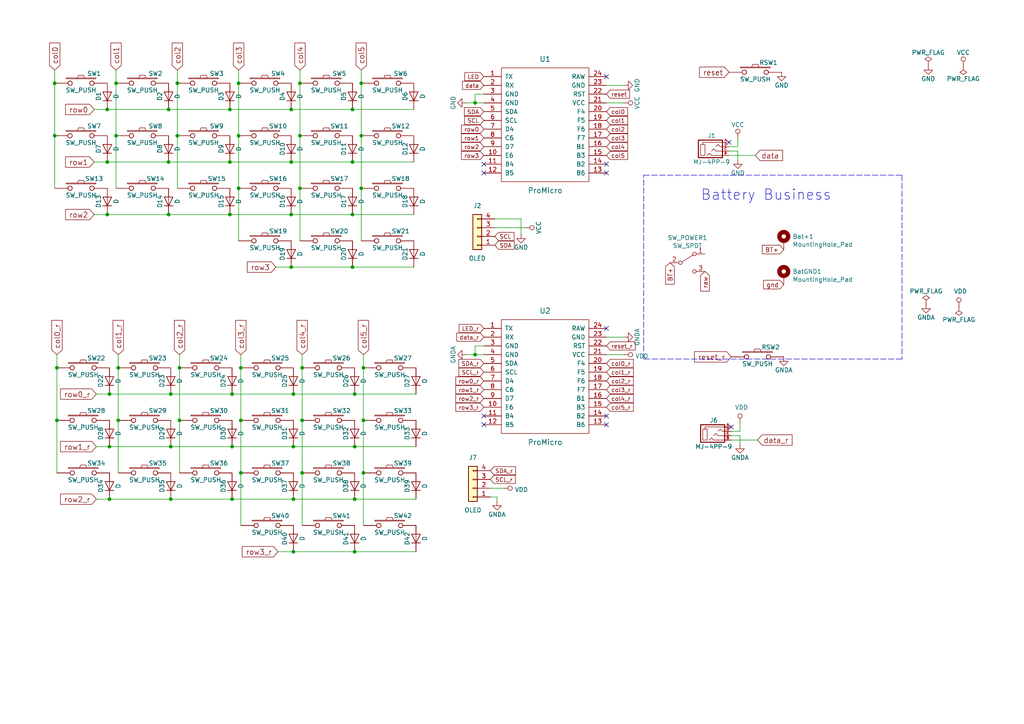
<source format=kicad_sch>
(kicad_sch (version 20211123) (generator eeschema)
  (paper "A4")
  (title_block (title "Corne Light") (date "2018-12-26") (rev "2.1") (company "foostan"))
  (lib_symbols
    (symbol "Connector_Generic:Conn_01x04" (pin_names (offset 1.016) hide)
      (property "Reference" "J" (at 0 5.08 0))
      (property "Value" "Connector_Generic_Conn_01x04" (at 0 -7.62 0))
      (symbol "Conn_01x04_1_1"
        (rectangle (start -1.27 -4.953) (end 0 -5.207) (stroke (width 0.1524)))
        (rectangle (start -1.27 -2.413) (end 0 -2.667) (stroke (width 0.1524)))
        (rectangle (start -1.27 0.127) (end 0 -0.127) (stroke (width 0.1524)))
        (rectangle (start -1.27 2.667) (end 0 2.413) (stroke (width 0.1524)))
        (rectangle (start -1.27 3.81) (end 1.27 -6.35) (stroke (width 0.254)) (fill (type background)))
        (pin passive line (at -5.08 2.54 0) (length 3.81) (name "Pin_1") (number "1"))
        (pin passive line (at -5.08 0 0) (length 3.81) (name "Pin_2") (number "2"))
        (pin passive line (at -5.08 -2.54 0) (length 3.81) (name "Pin_3") (number "3"))
        (pin passive line (at -5.08 -5.08 0) (length 3.81) (name "Pin_4") (number "4"))
      )
    )
    (symbol "Device:D" (pin_numbers hide) (pin_names (offset 1.016) hide)
      (property "Reference" "D" (at 0 2.54 0))
      (property "Value" "Device_D" (at 0 -2.54 0))
      (symbol "D_0_1"
        (polyline (pts (xy -1.27 1.27) (xy -1.27 -1.27)) (stroke (width 0.2032)))
        (polyline (pts (xy 1.27 0) (xy -1.27 0)))
        (polyline (pts (xy 1.27 1.27) (xy 1.27 -1.27) (xy -1.27 0) (xy 1.27 1.27)) (stroke (width 0.2032)))
      )
      (symbol "D_1_1"
        (pin passive line (at -3.81 0 0) (length 2.54) (name "K") (number "1"))
        (pin passive line (at 3.81 0 180) (length 2.54) (name "A") (number "2"))
      )
    )
    (symbol "Mechanical:MountingHole_Pad" (pin_numbers hide) (pin_names (offset 1.016) hide)
      (property "Reference" "H" (at 0 6.35 0))
      (property "Value" "MountingHole_Pad" (at 0 4.445 0))
      (symbol "MountingHole_Pad_0_1"
        (circle (center 0 1.27) (radius 1.27) (stroke (width 1.27)))
      )
      (symbol "MountingHole_Pad_1_1"
        (pin input line (at 0 -2.54 90) (length 2.54) (name "1") (number "1"))
      )
    )
    (symbol "Switch:SW_SPDT" (pin_names (offset 0) hide)
      (property "Reference" "SW" (at 0 4.318 0))
      (property "Value" "SW_SPDT" (at 0 -5.08 0))
      (symbol "SW_SPDT_0_0"
        (circle (center -2.032 0) (radius 0.508))
        (circle (center 2.032 -2.54) (radius 0.508))
      )
      (symbol "SW_SPDT_0_1"
        (polyline (pts (xy -1.524 0.254) (xy 1.651 2.286)))
        (circle (center 2.032 2.54) (radius 0.508))
      )
      (symbol "SW_SPDT_1_1"
        (pin passive line (at 5.08 2.54 180) (length 2.54) (name "A") (number "1"))
        (pin passive line (at -5.08 0 0) (length 2.54) (name "B") (number "2"))
        (pin passive line (at 5.08 -2.54 180) (length 2.54) (name "C") (number "3"))
      )
    )
    (symbol "corne-light-rescue:MJ-4PP-9-kbd" (pin_names (offset 1.016))
      (property "Reference" "J" (at 0 3.81 0))
      (property "Value" "corne-light-rescue_MJ-4PP-9-kbd" (at 0 -3.81 0))
      (symbol "MJ-4PP-9-kbd_0_1"
        (rectangle (start -1.905 -1.905) (end -3.175 1.27))
        (polyline (pts (xy -2.54 1.27) (xy -2.54 1.905) (xy 3.175 1.905)))
        (polyline (pts (xy -1.27 -1.905) (xy -0.635 -1.27) (xy 0 -1.905) (xy 3.175 -1.905)))
        (polyline (pts (xy 0 -0.635) (xy 0.635 0) (xy 1.27 -0.635) (xy 3.175 -0.635)))
        (polyline (pts (xy 1.27 0.635) (xy 1.905 1.27) (xy 2.54 0.635) (xy 3.175 0.635)))
        (rectangle (start 3.175 2.54) (end -3.81 -2.54) (stroke (width 0.3048)))
      )
      (symbol "MJ-4PP-9-kbd_1_1"
        (pin input line (at 5.08 1.905 180) (length 2.0066) (name "~") (number "A"))
        (pin input line (at 5.08 -1.905 180) (length 2.0066) (name "~") (number "B"))
        (pin input line (at 5.08 -0.635 180) (length 2.0066) (name "~") (number "C"))
        (pin input line (at 5.08 0.635 180) (length 2.0066) (name "~") (number "D"))
      )
    )
    (symbol "corne-light-rescue:ProMicro-kbd" (pin_names (offset 1.016))
      (property "Reference" "U" (at 0 24.13 0))
      (property "Value" "corne-light-rescue_ProMicro-kbd" (at 0 -13.97 0))
      (symbol "ProMicro-kbd_0_1"
        (rectangle (start -12.7 21.59) (end 12.7 -11.43))
      )
      (symbol "ProMicro-kbd_1_1"
        (pin bidirectional line (at -17.78 19.05 0) (length 5.08) (name "TX") (number "1"))
        (pin bidirectional line (at -17.78 -3.81 0) (length 5.08) (name "E6") (number "10"))
        (pin bidirectional line (at -17.78 -6.35 0) (length 5.08) (name "B4") (number "11"))
        (pin bidirectional line (at -17.78 -8.89 0) (length 5.08) (name "B5") (number "12"))
        (pin bidirectional line (at 17.78 -8.89 180) (length 5.08) (name "B6") (number "13"))
        (pin bidirectional line (at 17.78 -6.35 180) (length 5.08) (name "B2") (number "14"))
        (pin bidirectional line (at 17.78 -3.81 180) (length 5.08) (name "B3") (number "15"))
        (pin bidirectional line (at 17.78 -1.27 180) (length 5.08) (name "B1") (number "16"))
        (pin bidirectional line (at 17.78 1.27 180) (length 5.08) (name "F7") (number "17"))
        (pin bidirectional line (at 17.78 3.81 180) (length 5.08) (name "F6") (number "18"))
        (pin bidirectional line (at 17.78 6.35 180) (length 5.08) (name "F5") (number "19"))
        (pin bidirectional line (at -17.78 16.51 0) (length 5.08) (name "RX") (number "2"))
        (pin bidirectional line (at 17.78 8.89 180) (length 5.08) (name "F4") (number "20"))
        (pin power_in line (at 17.78 11.43 180) (length 5.08) (name "VCC") (number "21"))
        (pin input line (at 17.78 13.97 180) (length 5.08) (name "RST") (number "22"))
        (pin power_in line (at 17.78 16.51 180) (length 5.08) (name "GND") (number "23"))
        (pin power_out line (at 17.78 19.05 180) (length 5.08) (name "RAW") (number "24"))
        (pin power_in line (at -17.78 13.97 0) (length 5.08) (name "GND") (number "3"))
        (pin power_in line (at -17.78 11.43 0) (length 5.08) (name "GND") (number "4"))
        (pin bidirectional line (at -17.78 8.89 0) (length 5.08) (name "SDA") (number "5"))
        (pin bidirectional line (at -17.78 6.35 0) (length 5.08) (name "SCL") (number "6"))
        (pin bidirectional line (at -17.78 3.81 0) (length 5.08) (name "D4") (number "7"))
        (pin bidirectional line (at -17.78 1.27 0) (length 5.08) (name "C6") (number "8"))
        (pin bidirectional line (at -17.78 -1.27 0) (length 5.08) (name "D7") (number "9"))
      )
    )
    (symbol "corne-light-rescue:SW_PUSH-kbd" (pin_numbers hide) (pin_names (offset 1.016) hide)
      (property "Reference" "SW" (at 3.81 2.794 0))
      (property "Value" "corne-light-rescue_SW_PUSH-kbd" (at 0 -2.032 0))
      (symbol "SW_PUSH-kbd_0_1"
        (rectangle (start -4.318 1.27) (end 4.318 1.524))
        (polyline (pts (xy -1.016 1.524) (xy -0.762 2.286) (xy 0.762 2.286) (xy 1.016 1.524)))
        (pin passive inverted (at -7.62 0 0) (length 5.08) (name "1") (number "1"))
        (pin passive inverted (at 7.62 0 180) (length 5.08) (name "2") (number "2"))
      )
    )
    (symbol "power:GND" (power) (pin_names (offset 0))
      (property "Value" "power_GND" (at 0 -3.81 0))
      (symbol "GND_0_1"
        (polyline (pts (xy 0 0) (xy 0 -1.27) (xy 1.27 -1.27) (xy 0 -2.54) (xy -1.27 -1.27) (xy 0 -1.27)))
      )
      (symbol "GND_1_1"
        (pin power_in line (at 0 0 270) (length 0) hide (name "GND") (number "1"))
      )
    )
    (symbol "power:GNDA" (power) (pin_names (offset 0))
      (property "Value" "power_GNDA" (at 0 -3.81 0))
      (symbol "GNDA_0_1"
        (polyline (pts (xy 0 0) (xy 0 -1.27) (xy 1.27 -1.27) (xy 0 -2.54) (xy -1.27 -1.27) (xy 0 -1.27)))
      )
      (symbol "GNDA_1_1"
        (pin power_in line (at 0 0 270) (length 0) hide (name "GNDA") (number "1"))
      )
    )
    (symbol "power:PWR_FLAG" (power) (pin_numbers hide) (pin_names (offset 0) hide)
      (property "Value" "power_PWR_FLAG" (at 0 3.81 0))
      (symbol "PWR_FLAG_0_0"
        (pin power_out line (at 0 0 90) (length 0) (name "pwr") (number "1"))
      )
      (symbol "PWR_FLAG_0_1"
        (polyline (pts (xy 0 0) (xy 0 1.27) (xy -1.016 1.905) (xy 0 2.54) (xy 1.016 1.905) (xy 0 1.27)))
      )
    )
    (symbol "power:VCC" (power) (pin_names (offset 0))
      (property "Value" "power_VCC" (at 0 3.81 0))
      (symbol "VCC_0_1"
        (polyline (pts (xy 0 0) (xy 0 1.27)))
        (circle (center 0 1.905) (radius 0.635))
      )
      (symbol "VCC_1_1"
        (pin power_in line (at 0 0 90) (length 0) hide (name "VCC") (number "1"))
      )
    )
    (symbol "power:VDD" (power) (pin_names (offset 0))
      (property "Value" "power_VDD" (at 0 3.81 0))
      (symbol "VDD_0_1"
        (polyline (pts (xy 0 0) (xy 0 1.27)))
        (circle (center 0 1.905) (radius 0.635))
      )
      (symbol "VDD_1_1"
        (pin power_in line (at 0 0 90) (length 0) hide (name "VDD") (number "1"))
      )
    )
  )
  (junction (at 34.29 106.68))
  (junction (at 86.995 39.37))
  (junction (at 84.455 46.99))
  (junction (at 104.775 24.13))
  (junction (at 33.655 24.13))
  (junction (at 102.87 160.02))
  (junction (at 102.235 46.99))
  (junction (at 137.795 102.87))
  (junction (at 49.53 144.78))
  (junction (at 85.09 160.02))
  (junction (at 84.455 77.47))
  (junction (at 105.41 121.92))
  (junction (at 66.675 46.99))
  (junction (at 31.115 31.75))
  (junction (at 69.85 106.68))
  (junction (at 66.675 62.23))
  (junction (at 102.235 62.23))
  (junction (at 31.75 129.54))
  (junction (at 49.53 114.3))
  (junction (at 34.29 121.92))
  (junction (at 48.895 46.99))
  (junction (at 51.435 39.37))
  (junction (at 87.63 106.68))
  (junction (at 102.87 129.54))
  (junction (at 69.215 39.37))
  (junction (at 16.51 121.92))
  (junction (at 69.215 54.61))
  (junction (at 105.41 137.16))
  (junction (at 49.53 129.54))
  (junction (at 66.675 31.75))
  (junction (at 33.655 39.37))
  (junction (at 52.07 121.92))
  (junction (at 84.455 62.23))
  (junction (at 67.31 129.54))
  (junction (at 102.87 144.78))
  (junction (at 16.51 106.68))
  (junction (at 48.895 31.75))
  (junction (at 31.115 62.23))
  (junction (at 31.75 114.3))
  (junction (at 84.455 31.75))
  (junction (at 86.995 54.61))
  (junction (at 102.235 77.47))
  (junction (at 85.09 114.3))
  (junction (at 137.795 29.845))
  (junction (at 52.07 106.68))
  (junction (at 69.85 121.92))
  (junction (at 102.87 114.3))
  (junction (at 31.115 46.99))
  (junction (at 85.09 129.54))
  (junction (at 67.31 114.3))
  (junction (at 31.75 144.78))
  (junction (at 104.775 39.37))
  (junction (at 48.895 62.23))
  (junction (at 15.875 24.13))
  (junction (at 69.215 24.13))
  (junction (at 87.63 121.92))
  (junction (at 15.875 39.37))
  (junction (at 104.775 54.61))
  (junction (at 102.235 31.75))
  (junction (at 85.09 144.78))
  (junction (at 105.41 106.68))
  (junction (at 87.63 137.16))
  (junction (at 69.85 137.16))
  (junction (at 51.435 24.13))
  (junction (at 86.995 24.13))
  (junction (at 67.31 144.78))
  (no_connect (at 211.455 41.275))
  (no_connect (at 140.335 50.165))
  (no_connect (at 175.895 47.625))
  (no_connect (at 140.335 120.65))
  (no_connect (at 175.895 50.165))
  (no_connect (at 212.09 123.825))
  (no_connect (at 140.335 123.19))
  (no_connect (at 175.895 120.65))
  (no_connect (at 175.895 95.25))
  (no_connect (at 140.335 47.625))
  (no_connect (at 175.895 123.19))
  (no_connect (at 175.895 22.225))
  (wire (pts (xy 213.995 43.815) (xy 213.995 46.355)))
  (wire (pts (xy 102.235 46.99) (xy 120.015 46.99)))
  (wire (pts (xy 104.775 24.13) (xy 104.775 39.37)))
  (wire (pts (xy 87.63 121.92) (xy 87.63 137.16)))
  (wire (pts (xy 51.435 24.13) (xy 51.435 39.37)))
  (wire (pts (xy 175.895 102.87) (xy 180.975 102.87)))
  (wire (pts (xy 34.29 106.68) (xy 34.29 121.92)))
  (wire (pts (xy 104.775 20.32) (xy 104.775 24.13)))
  (wire (pts (xy 31.75 129.54) (xy 49.53 129.54)))
  (wire (pts (xy 137.795 102.87) (xy 140.335 102.87)))
  (wire (pts (xy 16.51 106.68) (xy 16.51 121.92)))
  (wire (pts (xy 142.24 141.605) (xy 146.05 141.605)))
  (wire (pts (xy 85.09 144.78) (xy 102.87 144.78)))
  (polyline (pts (xy 186.69 104.14) (xy 186.69 50.8)))
  (wire (pts (xy 102.87 144.78) (xy 120.65 144.78)))
  (wire (pts (xy 51.435 20.32) (xy 51.435 24.13)))
  (wire (pts (xy 15.875 39.37) (xy 15.875 54.61)))
  (wire (pts (xy 87.63 102.87) (xy 87.63 106.68)))
  (wire (pts (xy 135.255 102.87) (xy 137.795 102.87)))
  (wire (pts (xy 69.215 24.13) (xy 69.215 39.37)))
  (wire (pts (xy 49.53 114.3) (xy 67.31 114.3)))
  (wire (pts (xy 140.335 27.305) (xy 137.795 27.305)))
  (wire (pts (xy 27.305 46.99) (xy 31.115 46.99)))
  (wire (pts (xy 214.63 126.365) (xy 214.63 128.905)))
  (wire (pts (xy 48.895 46.99) (xy 66.675 46.99)))
  (wire (pts (xy 27.305 62.23) (xy 31.115 62.23)))
  (wire (pts (xy 102.235 77.47) (xy 120.015 77.47)))
  (wire (pts (xy 67.31 114.3) (xy 85.09 114.3)))
  (wire (pts (xy 33.655 24.13) (xy 33.655 39.37)))
  (wire (pts (xy 16.51 102.87) (xy 16.51 106.68)))
  (wire (pts (xy 213.995 42.545) (xy 213.995 40.005)))
  (wire (pts (xy 175.895 97.79) (xy 180.975 97.79)))
  (wire (pts (xy 80.645 160.02) (xy 85.09 160.02)))
  (wire (pts (xy 67.31 144.78) (xy 85.09 144.78)))
  (wire (pts (xy 49.53 129.54) (xy 67.31 129.54)))
  (wire (pts (xy 86.995 54.61) (xy 86.995 69.85)))
  (wire (pts (xy 51.435 39.37) (xy 51.435 54.61)))
  (wire (pts (xy 27.305 31.75) (xy 31.115 31.75)))
  (wire (pts (xy 135.255 29.845) (xy 137.795 29.845)))
  (wire (pts (xy 140.335 100.33) (xy 137.795 100.33)))
  (wire (pts (xy 144.145 144.145) (xy 144.145 145.415)))
  (wire (pts (xy 137.795 27.305) (xy 137.795 29.845)))
  (wire (pts (xy 142.24 144.145) (xy 144.145 144.145)))
  (wire (pts (xy 33.655 20.32) (xy 33.655 24.13)))
  (wire (pts (xy 66.675 62.23) (xy 84.455 62.23)))
  (wire (pts (xy 102.87 114.3) (xy 120.65 114.3)))
  (wire (pts (xy 212.09 126.365) (xy 214.63 126.365)))
  (wire (pts (xy 143.51 66.04) (xy 152.4 66.04)))
  (wire (pts (xy 85.09 160.02) (xy 102.87 160.02)))
  (wire (pts (xy 31.115 46.99) (xy 48.895 46.99)))
  (wire (pts (xy 84.455 31.75) (xy 102.235 31.75)))
  (wire (pts (xy 31.115 62.23) (xy 48.895 62.23)))
  (wire (pts (xy 31.75 144.78) (xy 49.53 144.78)))
  (wire (pts (xy 31.75 114.3) (xy 49.53 114.3)))
  (wire (pts (xy 151.13 63.5) (xy 143.51 63.5)))
  (wire (pts (xy 48.895 62.23) (xy 66.675 62.23)))
  (wire (pts (xy 16.51 121.92) (xy 16.51 137.16)))
  (wire (pts (xy 15.875 24.13) (xy 15.875 39.37)))
  (wire (pts (xy 69.85 121.92) (xy 69.85 137.16)))
  (wire (pts (xy 69.85 137.16) (xy 69.85 152.4)))
  (wire (pts (xy 52.07 106.68) (xy 52.07 121.92)))
  (wire (pts (xy 87.63 137.16) (xy 87.63 152.4)))
  (wire (pts (xy 104.775 39.37) (xy 104.775 54.61)))
  (wire (pts (xy 211.455 42.545) (xy 213.995 42.545)))
  (wire (pts (xy 151.13 67.945) (xy 151.13 63.5)))
  (wire (pts (xy 211.455 43.815) (xy 213.995 43.815)))
  (wire (pts (xy 48.895 31.75) (xy 66.675 31.75)))
  (wire (pts (xy 212.09 125.095) (xy 214.63 125.095)))
  (wire (pts (xy 86.995 20.32) (xy 86.995 24.13)))
  (wire (pts (xy 137.795 100.33) (xy 137.795 102.87)))
  (wire (pts (xy 87.63 106.68) (xy 87.63 121.92)))
  (wire (pts (xy 66.675 46.99) (xy 84.455 46.99)))
  (wire (pts (xy 105.41 137.16) (xy 105.41 152.4)))
  (wire (pts (xy 15.875 20.32) (xy 15.875 24.13)))
  (wire (pts (xy 52.07 102.87) (xy 52.07 106.68)))
  (wire (pts (xy 84.455 46.99) (xy 102.235 46.99)))
  (polyline (pts (xy 261.62 50.8) (xy 261.62 104.14)))
  (wire (pts (xy 69.215 39.37) (xy 69.215 54.61)))
  (wire (pts (xy 66.675 31.75) (xy 84.455 31.75)))
  (wire (pts (xy 102.235 62.23) (xy 120.015 62.23)))
  (wire (pts (xy 86.995 24.13) (xy 86.995 39.37)))
  (wire (pts (xy 67.31 129.54) (xy 85.09 129.54)))
  (wire (pts (xy 102.87 160.02) (xy 120.65 160.02)))
  (wire (pts (xy 86.995 39.37) (xy 86.995 54.61)))
  (wire (pts (xy 175.895 29.845) (xy 180.975 29.845)))
  (wire (pts (xy 211.455 45.085) (xy 219.075 45.085)))
  (wire (pts (xy 105.41 102.87) (xy 105.41 106.68)))
  (wire (pts (xy 69.215 54.61) (xy 69.215 69.85)))
  (wire (pts (xy 105.41 121.92) (xy 105.41 137.16)))
  (wire (pts (xy 84.455 77.47) (xy 102.235 77.47)))
  (wire (pts (xy 104.775 54.61) (xy 104.775 69.85)))
  (wire (pts (xy 27.94 114.3) (xy 31.75 114.3)))
  (wire (pts (xy 27.94 144.78) (xy 31.75 144.78)))
  (wire (pts (xy 69.85 102.87) (xy 69.85 106.68)))
  (wire (pts (xy 31.115 31.75) (xy 48.895 31.75)))
  (wire (pts (xy 52.07 121.92) (xy 52.07 137.16)))
  (wire (pts (xy 69.85 106.68) (xy 69.85 121.92)))
  (wire (pts (xy 102.235 31.75) (xy 120.015 31.75)))
  (wire (pts (xy 69.215 20.32) (xy 69.215 24.13)))
  (wire (pts (xy 84.455 62.23) (xy 102.235 62.23)))
  (wire (pts (xy 34.29 121.92) (xy 34.29 137.16)))
  (wire (pts (xy 49.53 144.78) (xy 67.31 144.78)))
  (wire (pts (xy 212.09 127.635) (xy 219.71 127.635)))
  (wire (pts (xy 105.41 106.68) (xy 105.41 121.92)))
  (wire (pts (xy 137.795 29.845) (xy 140.335 29.845)))
  (wire (pts (xy 33.655 39.37) (xy 33.655 54.61)))
  (polyline (pts (xy 186.69 50.8) (xy 261.62 50.8)))
  (wire (pts (xy 85.09 114.3) (xy 102.87 114.3)))
  (wire (pts (xy 175.895 24.765) (xy 180.975 24.765)))
  (wire (pts (xy 102.87 129.54) (xy 120.65 129.54)))
  (wire (pts (xy 85.09 129.54) (xy 102.87 129.54)))
  (wire (pts (xy 80.01 77.47) (xy 84.455 77.47)))
  (wire (pts (xy 27.94 129.54) (xy 31.75 129.54)))
  (wire (pts (xy 214.63 125.095) (xy 214.63 122.555)))
  (wire (pts (xy 34.29 102.87) (xy 34.29 106.68)))
  (polyline (pts (xy 261.62 104.14) (xy 186.69 104.14)))
  (text "Battery Business" (at 203.2 58.42 0) (effects (font (size 2.9972 2.9972)) (justify left bottom)))
  (global_label "SCL" (shape input) (at 143.51 68.58 0) (effects (font (size 1.1938 1.1938))) (property "Intersheet References" "${INTERSHEET_REFS}" (effects hide)))
  (global_label "col3_r" (shape input) (at 69.85 102.87 90) (effects (font (size 1.524 1.524))) (property "Intersheet References" "${INTERSHEET_REFS}" (effects hide)))
  (global_label "row1_r" (shape input) (at 27.94 129.54 180) (effects (font (size 1.524 1.524))) (property "Intersheet References" "${INTERSHEET_REFS}" (effects hide)))
  (global_label "LED" (shape input) (at 140.335 22.225 180) (effects (font (size 1.1938 1.1938))) (property "Intersheet References" "${INTERSHEET_REFS}" (effects hide)))
  (global_label "col2" (shape input) (at 51.435 20.32 90) (effects (font (size 1.524 1.524))) (property "Intersheet References" "${INTERSHEET_REFS}" (effects hide)))
  (global_label "row0" (shape input) (at 27.305 31.75 180) (effects (font (size 1.524 1.524))) (property "Intersheet References" "${INTERSHEET_REFS}" (effects hide)))
  (global_label "data_r" (shape input) (at 140.335 97.79 180) (effects (font (size 1.1938 1.1938))) (property "Intersheet References" "${INTERSHEET_REFS}" (effects hide)))
  (global_label "reset_r" (shape input) (at 175.895 100.33 0) (effects (font (size 1.1938 1.1938))) (property "Intersheet References" "${INTERSHEET_REFS}" (effects hide)))
  (global_label "col5" (shape input) (at 175.895 45.085 0) (effects (font (size 1.1938 1.1938))) (property "Intersheet References" "${INTERSHEET_REFS}" (effects hide)))
  (global_label "SDA_r" (shape input) (at 142.24 136.525 0) (effects (font (size 1.1938 1.1938))) (property "Intersheet References" "${INTERSHEET_REFS}" (effects hide)))
  (global_label "col2_r" (shape input) (at 52.07 102.87 90) (effects (font (size 1.524 1.524))) (property "Intersheet References" "${INTERSHEET_REFS}" (effects hide)))
  (global_label "col1_r" (shape input) (at 175.895 107.95 0) (effects (font (size 1.1938 1.1938))) (property "Intersheet References" "${INTERSHEET_REFS}" (effects hide)))
  (global_label "row1" (shape input) (at 27.305 46.99 180) (effects (font (size 1.524 1.524))) (property "Intersheet References" "${INTERSHEET_REFS}" (effects hide)))
  (global_label "row3_r" (shape input) (at 80.645 160.02 180) (effects (font (size 1.524 1.524))) (property "Intersheet References" "${INTERSHEET_REFS}" (effects hide)))
  (global_label "reset" (shape input) (at 175.895 27.305 0) (effects (font (size 1.1938 1.1938))) (property "Intersheet References" "${INTERSHEET_REFS}" (effects hide)))
  (global_label "BT+" (shape input) (at 227.33 72.39 180) (property "Intersheet References" "${INTERSHEET_REFS}" (effects hide)))
  (global_label "row3" (shape input) (at 140.335 45.085 180) (effects (font (size 1.1938 1.1938))) (property "Intersheet References" "${INTERSHEET_REFS}" (effects hide)))
  (global_label "SCL_r" (shape input) (at 142.24 139.065 0) (effects (font (size 1.1938 1.1938))) (property "Intersheet References" "${INTERSHEET_REFS}" (effects hide)))
  (global_label "LED_r" (shape input) (at 140.335 95.25 180) (effects (font (size 1.1938 1.1938))) (property "Intersheet References" "${INTERSHEET_REFS}" (effects hide)))
  (global_label "raw" (shape input) (at 204.47 78.74 270) (property "Intersheet References" "${INTERSHEET_REFS}" (effects hide)))
  (global_label "SDA" (shape input) (at 143.51 71.12 0) (effects (font (size 1.1938 1.1938))) (property "Intersheet References" "${INTERSHEET_REFS}" (effects hide)))
  (global_label "row3_r" (shape input) (at 140.335 118.11 180) (effects (font (size 1.1938 1.1938))) (property "Intersheet References" "${INTERSHEET_REFS}" (effects hide)))
  (global_label "reset" (shape input) (at 211.455 20.955 180) (effects (font (size 1.524 1.524))) (property "Intersheet References" "${INTERSHEET_REFS}" (effects hide)))
  (global_label "col5_r" (shape input) (at 105.41 102.87 90) (effects (font (size 1.524 1.524))) (property "Intersheet References" "${INTERSHEET_REFS}" (effects hide)))
  (global_label "col1" (shape input) (at 175.895 34.925 0) (effects (font (size 1.1938 1.1938))) (property "Intersheet References" "${INTERSHEET_REFS}" (effects hide)))
  (global_label "row0_r" (shape input) (at 140.335 110.49 180) (effects (font (size 1.1938 1.1938))) (property "Intersheet References" "${INTERSHEET_REFS}" (effects hide)))
  (global_label "col1_r" (shape input) (at 34.29 102.87 90) (effects (font (size 1.524 1.524))) (property "Intersheet References" "${INTERSHEET_REFS}" (effects hide)))
  (global_label "col5_r" (shape input) (at 175.895 118.11 0) (effects (font (size 1.1938 1.1938))) (property "Intersheet References" "${INTERSHEET_REFS}" (effects hide)))
  (global_label "gnd" (shape input) (at 227.33 82.55 180) (property "Intersheet References" "${INTERSHEET_REFS}" (effects hide)))
  (global_label "row0" (shape input) (at 140.335 37.465 180) (effects (font (size 1.1938 1.1938))) (property "Intersheet References" "${INTERSHEET_REFS}" (effects hide)))
  (global_label "col3" (shape input) (at 175.895 40.005 0) (effects (font (size 1.1938 1.1938))) (property "Intersheet References" "${INTERSHEET_REFS}" (effects hide)))
  (global_label "row0_r" (shape input) (at 27.94 114.3 180) (effects (font (size 1.524 1.524))) (property "Intersheet References" "${INTERSHEET_REFS}" (effects hide)))
  (global_label "row2_r" (shape input) (at 140.335 115.57 180) (effects (font (size 1.1938 1.1938))) (property "Intersheet References" "${INTERSHEET_REFS}" (effects hide)))
  (global_label "data" (shape input) (at 219.075 45.085 0) (effects (font (size 1.524 1.524))) (property "Intersheet References" "${INTERSHEET_REFS}" (effects hide)))
  (global_label "row1_r" (shape input) (at 140.335 113.03 180) (effects (font (size 1.1938 1.1938))) (property "Intersheet References" "${INTERSHEET_REFS}" (effects hide)))
  (global_label "row1" (shape input) (at 140.335 40.005 180) (effects (font (size 1.1938 1.1938))) (property "Intersheet References" "${INTERSHEET_REFS}" (effects hide)))
  (global_label "col2" (shape input) (at 175.895 37.465 0) (effects (font (size 1.1938 1.1938))) (property "Intersheet References" "${INTERSHEET_REFS}" (effects hide)))
  (global_label "col5" (shape input) (at 104.775 20.32 90) (effects (font (size 1.524 1.524))) (property "Intersheet References" "${INTERSHEET_REFS}" (effects hide)))
  (global_label "reset_r" (shape input) (at 212.09 103.505 180) (effects (font (size 1.524 1.524))) (property "Intersheet References" "${INTERSHEET_REFS}" (effects hide)))
  (global_label "data_r" (shape input) (at 219.71 127.635 0) (effects (font (size 1.524 1.524))) (property "Intersheet References" "${INTERSHEET_REFS}" (effects hide)))
  (global_label "SCL_r" (shape input) (at 140.335 107.95 180) (effects (font (size 1.1938 1.1938))) (property "Intersheet References" "${INTERSHEET_REFS}" (effects hide)))
  (global_label "col4_r" (shape input) (at 87.63 102.87 90) (effects (font (size 1.524 1.524))) (property "Intersheet References" "${INTERSHEET_REFS}" (effects hide)))
  (global_label "BT+" (shape input) (at 194.31 76.2 270) (property "Intersheet References" "${INTERSHEET_REFS}" (effects hide)))
  (global_label "col0" (shape input) (at 175.895 32.385 0) (effects (font (size 1.1938 1.1938))) (property "Intersheet References" "${INTERSHEET_REFS}" (effects hide)))
  (global_label "col0" (shape input) (at 15.875 20.32 90) (effects (font (size 1.524 1.524))) (property "Intersheet References" "${INTERSHEET_REFS}" (effects hide)))
  (global_label "col4_r" (shape input) (at 175.895 115.57 0) (effects (font (size 1.1938 1.1938))) (property "Intersheet References" "${INTERSHEET_REFS}" (effects hide)))
  (global_label "row3" (shape input) (at 80.01 77.47 180) (effects (font (size 1.524 1.524))) (property "Intersheet References" "${INTERSHEET_REFS}" (effects hide)))
  (global_label "SCL" (shape input) (at 140.335 34.925 180) (effects (font (size 1.1938 1.1938))) (property "Intersheet References" "${INTERSHEET_REFS}" (effects hide)))
  (global_label "row2" (shape input) (at 27.305 62.23 180) (effects (font (size 1.524 1.524))) (property "Intersheet References" "${INTERSHEET_REFS}" (effects hide)))
  (global_label "col3_r" (shape input) (at 175.895 113.03 0) (effects (font (size 1.1938 1.1938))) (property "Intersheet References" "${INTERSHEET_REFS}" (effects hide)))
  (global_label "SDA" (shape input) (at 140.335 32.385 180) (effects (font (size 1.1938 1.1938))) (property "Intersheet References" "${INTERSHEET_REFS}" (effects hide)))
  (global_label "col4" (shape input) (at 175.895 42.545 0) (effects (font (size 1.1938 1.1938))) (property "Intersheet References" "${INTERSHEET_REFS}" (effects hide)))
  (global_label "col0_r" (shape input) (at 175.895 105.41 0) (effects (font (size 1.1938 1.1938))) (property "Intersheet References" "${INTERSHEET_REFS}" (effects hide)))
  (global_label "col0_r" (shape input) (at 16.51 102.87 90) (effects (font (size 1.524 1.524))) (property "Intersheet References" "${INTERSHEET_REFS}" (effects hide)))
  (global_label "col2_r" (shape input) (at 175.895 110.49 0) (effects (font (size 1.1938 1.1938))) (property "Intersheet References" "${INTERSHEET_REFS}" (effects hide)))
  (global_label "row2_r" (shape input) (at 27.94 144.78 180) (effects (font (size 1.524 1.524))) (property "Intersheet References" "${INTERSHEET_REFS}" (effects hide)))
  (global_label "col3" (shape input) (at 69.215 20.32 90) (effects (font (size 1.524 1.524))) (property "Intersheet References" "${INTERSHEET_REFS}" (effects hide)))
  (global_label "data" (shape input) (at 140.335 24.765 180) (effects (font (size 1.1938 1.1938))) (property "Intersheet References" "${INTERSHEET_REFS}" (effects hide)))
  (global_label "col4" (shape input) (at 86.995 20.32 90) (effects (font (size 1.524 1.524))) (property "Intersheet References" "${INTERSHEET_REFS}" (effects hide)))
  (global_label "SDA_r" (shape input) (at 140.335 105.41 180) (effects (font (size 1.1938 1.1938))) (property "Intersheet References" "${INTERSHEET_REFS}" (effects hide)))
  (global_label "col1" (shape input) (at 33.655 20.32 90) (effects (font (size 1.524 1.524))) (property "Intersheet References" "${INTERSHEET_REFS}" (effects hide)))
  (global_label "row2" (shape input) (at 140.335 42.545 180) (effects (font (size 1.1938 1.1938))) (property "Intersheet References" "${INTERSHEET_REFS}" (effects hide)))
  (symbol (lib_id "corne-light-rescue:ProMicro-kbd") (at 158.115 41.275 0) (unit 1)
    (property "Reference" "U1" (at 158.115 17.145 0) (effects (font (size 1.524 1.524))))
    (property "Value" "ProMicro" (at 158.115 55.245 0) (effects (font (size 1.524 1.524))))
    (property "Footprint" "kbd:ProMicro_v2_1side" (effects hide))
  )
  (symbol (lib_id "corne-light-rescue:SW_PUSH-kbd") (at 41.275 24.13 0) (unit 1)
    (property "Reference" "SW2" (at 45.085 21.336 0))
    (property "Value" "SW_PUSH" (at 41.275 26.162 0))
    (property "Footprint" "kbd:CherryMX_Choc_1u" (effects hide))
  )
  (symbol (lib_id "Device:D") (at 48.895 27.94 90) (unit 1)
    (property "Reference" "D2" (at 46.355 27.94 0))
    (property "Value" "D" (at 51.435 27.94 0))
    (property "Footprint" "kbd:D3_TH" (effects hide))
  )
  (symbol (lib_id "corne-light-rescue:SW_PUSH-kbd") (at 59.055 24.13 0) (unit 1)
    (property "Reference" "SW3" (at 62.865 21.336 0))
    (property "Value" "SW_PUSH" (at 59.055 26.162 0))
    (property "Footprint" "kbd:CherryMX_Choc_1u" (effects hide))
  )
  (symbol (lib_id "Device:D") (at 66.675 27.94 90) (unit 1)
    (property "Reference" "D3" (at 64.135 27.94 0))
    (property "Value" "D" (at 69.215 27.94 0))
    (property "Footprint" "kbd:D3_TH" (effects hide))
  )
  (symbol (lib_id "corne-light-rescue:SW_PUSH-kbd") (at 76.835 24.13 0) (unit 1)
    (property "Reference" "SW4" (at 80.645 21.336 0))
    (property "Value" "SW_PUSH" (at 76.835 26.162 0))
    (property "Footprint" "kbd:CherryMX_Choc_1u" (effects hide))
  )
  (symbol (lib_id "corne-light-rescue:SW_PUSH-kbd") (at 94.615 24.13 0) (unit 1)
    (property "Reference" "SW5" (at 98.425 21.336 0))
    (property "Value" "SW_PUSH" (at 94.615 26.162 0))
    (property "Footprint" "kbd:CherryMX_Choc_1u" (effects hide))
  )
  (symbol (lib_id "corne-light-rescue:SW_PUSH-kbd") (at 112.395 24.13 0) (unit 1)
    (property "Reference" "SW6" (at 116.205 21.336 0))
    (property "Value" "SW_PUSH" (at 112.395 26.162 0))
    (property "Footprint" "kbd:CherryMX_Choc_1u" (effects hide))
  )
  (symbol (lib_id "Device:D") (at 84.455 27.94 90) (unit 1)
    (property "Reference" "D4" (at 81.915 27.94 0))
    (property "Value" "D" (at 86.995 27.94 0))
    (property "Footprint" "kbd:D3_TH" (effects hide))
  )
  (symbol (lib_id "Device:D") (at 102.235 27.94 90) (unit 1)
    (property "Reference" "D5" (at 99.695 27.94 0))
    (property "Value" "D" (at 104.775 27.94 0))
    (property "Footprint" "kbd:D3_TH" (effects hide))
  )
  (symbol (lib_id "Device:D") (at 120.015 27.94 90) (unit 1)
    (property "Reference" "D6" (at 117.475 27.94 0))
    (property "Value" "D" (at 122.555 27.94 0))
    (property "Footprint" "kbd:D3_TH" (effects hide))
  )
  (symbol (lib_id "corne-light-rescue:SW_PUSH-kbd") (at 23.495 24.13 0) (unit 1)
    (property "Reference" "SW1" (at 27.305 21.336 0))
    (property "Value" "SW_PUSH" (at 23.495 26.162 0))
    (property "Footprint" "kbd:CherryMX_Choc_1u" (effects hide))
  )
  (symbol (lib_id "Device:D") (at 31.115 27.94 90) (unit 1)
    (property "Reference" "D1" (at 28.575 27.94 0))
    (property "Value" "D" (at 33.655 27.94 0))
    (property "Footprint" "kbd:D3_TH" (effects hide))
  )
  (symbol (lib_id "corne-light-rescue:SW_PUSH-kbd") (at 41.275 39.37 0) (unit 1)
    (property "Reference" "SW8" (at 45.085 36.576 0))
    (property "Value" "SW_PUSH" (at 41.275 41.402 0))
    (property "Footprint" "kbd:CherryMX_Choc_1u" (effects hide))
  )
  (symbol (lib_id "Device:D") (at 48.895 43.18 90) (unit 1)
    (property "Reference" "D8" (at 46.355 43.18 0))
    (property "Value" "D" (at 51.435 43.18 0))
    (property "Footprint" "kbd:D3_TH" (effects hide))
  )
  (symbol (lib_id "corne-light-rescue:SW_PUSH-kbd") (at 59.055 39.37 0) (unit 1)
    (property "Reference" "SW9" (at 62.865 36.576 0))
    (property "Value" "SW_PUSH" (at 59.055 41.402 0))
    (property "Footprint" "kbd:CherryMX_Choc_1u" (effects hide))
  )
  (symbol (lib_id "Device:D") (at 66.675 43.18 90) (unit 1)
    (property "Reference" "D9" (at 64.135 43.18 0))
    (property "Value" "D" (at 69.215 43.18 0))
    (property "Footprint" "kbd:D3_TH" (effects hide))
  )
  (symbol (lib_id "corne-light-rescue:SW_PUSH-kbd") (at 76.835 39.37 0) (unit 1)
    (property "Reference" "SW10" (at 80.645 36.576 0))
    (property "Value" "SW_PUSH" (at 76.835 41.402 0))
    (property "Footprint" "kbd:CherryMX_Choc_1u" (effects hide))
  )
  (symbol (lib_id "corne-light-rescue:SW_PUSH-kbd") (at 94.615 39.37 0) (unit 1)
    (property "Reference" "SW11" (at 98.425 36.576 0))
    (property "Value" "SW_PUSH" (at 94.615 41.402 0))
    (property "Footprint" "kbd:CherryMX_Choc_1u" (effects hide))
  )
  (symbol (lib_id "corne-light-rescue:SW_PUSH-kbd") (at 112.395 39.37 0) (unit 1)
    (property "Reference" "SW12" (at 116.205 36.576 0))
    (property "Value" "SW_PUSH" (at 112.395 41.402 0))
    (property "Footprint" "kbd:CherryMX_Choc_1u" (effects hide))
  )
  (symbol (lib_id "Device:D") (at 84.455 43.18 90) (unit 1)
    (property "Reference" "D10" (at 81.915 43.18 0))
    (property "Value" "D" (at 86.995 43.18 0))
    (property "Footprint" "kbd:D3_TH" (effects hide))
  )
  (symbol (lib_id "Device:D") (at 102.235 43.18 90) (unit 1)
    (property "Reference" "D11" (at 99.695 43.18 0))
    (property "Value" "D" (at 104.775 43.18 0))
    (property "Footprint" "kbd:D3_TH" (effects hide))
  )
  (symbol (lib_id "Device:D") (at 120.015 43.18 90) (unit 1)
    (property "Reference" "D12" (at 117.475 43.18 0))
    (property "Value" "D" (at 122.555 43.18 0))
    (property "Footprint" "kbd:D3_TH" (effects hide))
  )
  (symbol (lib_id "corne-light-rescue:SW_PUSH-kbd") (at 23.495 39.37 0) (unit 1)
    (property "Reference" "SW7" (at 27.305 36.576 0))
    (property "Value" "SW_PUSH" (at 23.495 41.402 0))
    (property "Footprint" "kbd:CherryMX_Choc_1u" (effects hide))
  )
  (symbol (lib_id "Device:D") (at 31.115 43.18 90) (unit 1)
    (property "Reference" "D7" (at 28.575 43.18 0))
    (property "Value" "D" (at 33.655 43.18 0))
    (property "Footprint" "kbd:D3_TH" (effects hide))
  )
  (symbol (lib_id "corne-light-rescue:SW_PUSH-kbd") (at 41.275 54.61 0) (unit 1)
    (property "Reference" "SW14" (at 45.085 51.816 0))
    (property "Value" "SW_PUSH" (at 41.275 56.642 0))
    (property "Footprint" "kbd:CherryMX_Choc_1u" (effects hide))
  )
  (symbol (lib_id "Device:D") (at 48.895 58.42 90) (unit 1)
    (property "Reference" "D14" (at 46.355 58.42 0))
    (property "Value" "D" (at 51.435 58.42 0))
    (property "Footprint" "kbd:D3_TH" (effects hide))
  )
  (symbol (lib_id "corne-light-rescue:SW_PUSH-kbd") (at 59.055 54.61 0) (unit 1)
    (property "Reference" "SW15" (at 62.865 51.816 0))
    (property "Value" "SW_PUSH" (at 59.055 56.642 0))
    (property "Footprint" "kbd:CherryMX_Choc_1u" (effects hide))
  )
  (symbol (lib_id "Device:D") (at 66.675 58.42 90) (unit 1)
    (property "Reference" "D15" (at 64.135 58.42 0))
    (property "Value" "D" (at 69.215 58.42 0))
    (property "Footprint" "kbd:D3_TH" (effects hide))
  )
  (symbol (lib_id "corne-light-rescue:SW_PUSH-kbd") (at 76.835 54.61 0) (unit 1)
    (property "Reference" "SW16" (at 80.645 51.816 0))
    (property "Value" "SW_PUSH" (at 76.835 56.642 0))
    (property "Footprint" "kbd:CherryMX_Choc_1u" (effects hide))
  )
  (symbol (lib_id "corne-light-rescue:SW_PUSH-kbd") (at 94.615 54.61 0) (unit 1)
    (property "Reference" "SW17" (at 98.425 51.816 0))
    (property "Value" "SW_PUSH" (at 94.615 56.642 0))
    (property "Footprint" "kbd:CherryMX_Choc_1u" (effects hide))
  )
  (symbol (lib_id "corne-light-rescue:SW_PUSH-kbd") (at 112.395 54.61 0) (unit 1)
    (property "Reference" "SW18" (at 116.205 51.816 0))
    (property "Value" "SW_PUSH" (at 112.395 56.642 0))
    (property "Footprint" "kbd:CherryMX_Choc_1u" (effects hide))
  )
  (symbol (lib_id "Device:D") (at 84.455 58.42 90) (unit 1)
    (property "Reference" "D16" (at 81.915 58.42 0))
    (property "Value" "D" (at 86.995 58.42 0))
    (property "Footprint" "kbd:D3_TH" (effects hide))
  )
  (symbol (lib_id "Device:D") (at 102.235 58.42 90) (unit 1)
    (property "Reference" "D17" (at 99.695 58.42 0))
    (property "Value" "D" (at 104.775 58.42 0))
    (property "Footprint" "kbd:D3_TH" (effects hide))
  )
  (symbol (lib_id "Device:D") (at 120.015 58.42 90) (unit 1)
    (property "Reference" "D18" (at 117.475 58.42 0))
    (property "Value" "D" (at 122.555 58.42 0))
    (property "Footprint" "kbd:D3_TH" (effects hide))
  )
  (symbol (lib_id "corne-light-rescue:SW_PUSH-kbd") (at 23.495 54.61 0) (unit 1)
    (property "Reference" "SW13" (at 27.305 51.816 0))
    (property "Value" "SW_PUSH" (at 23.495 56.642 0))
    (property "Footprint" "kbd:CherryMX_Choc_1u" (effects hide))
  )
  (symbol (lib_id "Device:D") (at 31.115 58.42 90) (unit 1)
    (property "Reference" "D13" (at 28.575 58.42 0))
    (property "Value" "D" (at 33.655 58.42 0))
    (property "Footprint" "kbd:D3_TH" (effects hide))
  )
  (symbol (lib_id "corne-light-rescue:SW_PUSH-kbd") (at 94.615 69.85 0) (unit 1)
    (property "Reference" "SW20" (at 98.425 67.056 0))
    (property "Value" "SW_PUSH" (at 94.615 71.882 0))
    (property "Footprint" "kbd:CherryMX_Choc_1u" (effects hide))
  )
  (symbol (lib_id "Device:D") (at 102.235 73.66 90) (unit 1)
    (property "Reference" "D20" (at 99.695 73.66 0))
    (property "Value" "D" (at 104.775 73.66 0))
    (property "Footprint" "kbd:D3_TH" (effects hide))
  )
  (symbol (lib_id "corne-light-rescue:SW_PUSH-kbd") (at 112.395 69.85 0) (unit 1)
    (property "Reference" "SW21" (at 116.205 67.056 0))
    (property "Value" "SW_PUSH" (at 112.395 71.882 0))
    (property "Footprint" "kbd:CherryMX_Choc_1.5u" (effects hide))
  )
  (symbol (lib_id "Device:D") (at 120.015 73.66 90) (unit 1)
    (property "Reference" "D21" (at 117.475 73.66 0))
    (property "Value" "D" (at 122.555 73.66 0))
    (property "Footprint" "kbd:D3_TH" (effects hide))
  )
  (symbol (lib_id "corne-light-rescue:SW_PUSH-kbd") (at 76.835 69.85 0) (unit 1)
    (property "Reference" "SW19" (at 80.645 67.056 0))
    (property "Value" "SW_PUSH" (at 76.835 71.882 0))
    (property "Footprint" "kbd:CherryMX_Choc_1u" (effects hide))
  )
  (symbol (lib_id "Device:D") (at 84.455 73.66 90) (unit 1)
    (property "Reference" "D19" (at 81.915 73.66 0))
    (property "Value" "D" (at 86.995 73.66 0))
    (property "Footprint" "kbd:D3_TH" (effects hide))
  )
  (symbol (lib_id "power:GND") (at 180.975 24.765 90) (unit 1)
    (property "Reference" "#PWR03" (effects hide))
    (property "Value" "GND" (at 184.785 24.765 0))
  )
  (symbol (lib_id "power:VCC") (at 180.975 29.845 270) (unit 1)
    (property "Reference" "#PWR05" (effects hide))
    (property "Value" "VCC" (at 184.785 29.845 0))
  )
  (symbol (lib_id "power:GND") (at 135.255 29.845 270) (unit 1)
    (property "Reference" "#PWR04" (effects hide))
    (property "Value" "GND" (at 131.445 29.845 0))
  )
  (symbol (lib_id "power:GND") (at 269.24 19.05 0) (unit 1)
    (property "Reference" "#PWR01" (effects hide))
    (property "Value" "GND" (at 269.24 22.86 0))
  )
  (symbol (lib_id "power:VCC") (at 279.4 19.05 0) (unit 1)
    (property "Reference" "#PWR02" (effects hide))
    (property "Value" "VCC" (at 279.4 15.24 0))
  )
  (symbol (lib_id "power:PWR_FLAG") (at 279.4 19.05 180) (unit 1)
    (property "Reference" "#FLG02" (effects hide))
    (property "Value" "PWR_FLAG" (at 279.4 22.86 0))
  )
  (symbol (lib_id "power:PWR_FLAG") (at 269.24 19.05 0) (unit 1)
    (property "Reference" "#FLG01" (effects hide))
    (property "Value" "PWR_FLAG" (at 269.24 15.24 0))
  )
  (symbol (lib_id "corne-light-rescue:SW_PUSH-kbd") (at 219.075 20.955 0) (unit 1)
    (property "Reference" "RSW1" (at 222.885 18.161 0))
    (property "Value" "SW_PUSH" (at 219.075 22.987 0))
    (property "Footprint" "kbd:ResetSW_1side" (effects hide))
  )
  (symbol (lib_id "power:GND") (at 226.695 20.955 0) (unit 1)
    (property "Reference" "#PWR07" (effects hide))
    (property "Value" "GND" (at 226.695 24.765 0))
  )
  (symbol (lib_id "power:VCC") (at 213.995 40.005 0) (unit 1)
    (property "Reference" "#PWR06" (effects hide))
    (property "Value" "VCC" (at 213.995 36.195 0))
  )
  (symbol (lib_id "power:GND") (at 213.995 46.355 0) (unit 1)
    (property "Reference" "#PWR08" (effects hide))
    (property "Value" "GND" (at 213.995 50.165 0))
  )
  (symbol (lib_id "Connector_Generic:Conn_01x04") (at 138.43 68.58 180) (unit 1)
    (property "Reference" "J2" (at 138.43 59.69 0))
    (property "Value" "OLED" (at 138.43 74.93 0))
    (property "Footprint" "kbd:OLED_1side" (effects hide))
  )
  (symbol (lib_id "power:GND") (at 151.13 67.945 0) (unit 1)
    (property "Reference" "#PWR019" (effects hide))
    (property "Value" "GND" (at 151.13 71.755 0))
  )
  (symbol (lib_id "power:VCC") (at 152.4 66.04 270) (unit 1)
    (property "Reference" "#PWR018" (effects hide))
    (property "Value" "VCC" (at 156.21 66.04 0))
  )
  (symbol (lib_id "corne-light-rescue:MJ-4PP-9-kbd") (at 206.375 43.18 0) (unit 1)
    (property "Reference" "J1" (at 206.375 39.37 0))
    (property "Value" "MJ-4PP-9" (at 206.375 46.99 0))
    (property "Footprint" "kbd:MJ-4PP-9_1side" (effects hide))
  )
  (symbol (lib_id "corne-light-rescue:ProMicro-kbd") (at 158.115 114.3 0) (unit 1)
    (property "Reference" "U2" (at 158.115 90.17 0) (effects (font (size 1.524 1.524))))
    (property "Value" "ProMicro" (at 158.115 128.27 0) (effects (font (size 1.524 1.524))))
    (property "Footprint" "kbd:ProMicro_v2_1side" (effects hide))
  )
  (symbol (lib_id "corne-light-rescue:SW_PUSH-kbd") (at 41.91 106.68 0) (unit 1)
    (property "Reference" "SW23" (at 45.72 103.886 0))
    (property "Value" "SW_PUSH" (at 41.91 108.712 0))
    (property "Footprint" "kbd:CherryMX_Choc_1u" (effects hide))
  )
  (symbol (lib_id "Device:D") (at 49.53 110.49 90) (unit 1)
    (property "Reference" "D23" (at 46.99 110.49 0))
    (property "Value" "D" (at 52.07 110.49 0))
    (property "Footprint" "kbd:D3_TH" (effects hide))
  )
  (symbol (lib_id "corne-light-rescue:SW_PUSH-kbd") (at 59.69 106.68 0) (unit 1)
    (property "Reference" "SW24" (at 63.5 103.886 0))
    (property "Value" "SW_PUSH" (at 59.69 108.712 0))
    (property "Footprint" "kbd:CherryMX_Choc_1u" (effects hide))
  )
  (symbol (lib_id "Device:D") (at 67.31 110.49 90) (unit 1)
    (property "Reference" "D24" (at 64.77 110.49 0))
    (property "Value" "D" (at 69.85 110.49 0))
    (property "Footprint" "kbd:D3_TH" (effects hide))
  )
  (symbol (lib_id "corne-light-rescue:SW_PUSH-kbd") (at 77.47 106.68 0) (unit 1)
    (property "Reference" "SW25" (at 81.28 103.886 0))
    (property "Value" "SW_PUSH" (at 77.47 108.712 0))
    (property "Footprint" "kbd:CherryMX_Choc_1u" (effects hide))
  )
  (symbol (lib_id "corne-light-rescue:SW_PUSH-kbd") (at 95.25 106.68 0) (unit 1)
    (property "Reference" "SW26" (at 99.06 103.886 0))
    (property "Value" "SW_PUSH" (at 95.25 108.712 0))
    (property "Footprint" "kbd:CherryMX_Choc_1u" (effects hide))
  )
  (symbol (lib_id "corne-light-rescue:SW_PUSH-kbd") (at 113.03 106.68 0) (unit 1)
    (property "Reference" "SW27" (at 116.84 103.886 0))
    (property "Value" "SW_PUSH" (at 113.03 108.712 0))
    (property "Footprint" "kbd:CherryMX_Choc_1u" (effects hide))
  )
  (symbol (lib_id "Device:D") (at 85.09 110.49 90) (unit 1)
    (property "Reference" "D25" (at 82.55 110.49 0))
    (property "Value" "D" (at 87.63 110.49 0))
    (property "Footprint" "kbd:D3_TH" (effects hide))
  )
  (symbol (lib_id "Device:D") (at 102.87 110.49 90) (unit 1)
    (property "Reference" "D26" (at 100.33 110.49 0))
    (property "Value" "D" (at 105.41 110.49 0))
    (property "Footprint" "kbd:D3_TH" (effects hide))
  )
  (symbol (lib_id "Device:D") (at 120.65 110.49 90) (unit 1)
    (property "Reference" "D27" (at 118.11 110.49 0))
    (property "Value" "D" (at 123.19 110.49 0))
    (property "Footprint" "kbd:D3_TH" (effects hide))
  )
  (symbol (lib_id "corne-light-rescue:SW_PUSH-kbd") (at 24.13 106.68 0) (unit 1)
    (property "Reference" "SW22" (at 27.94 103.886 0))
    (property "Value" "SW_PUSH" (at 24.13 108.712 0))
    (property "Footprint" "kbd:CherryMX_Choc_1u" (effects hide))
  )
  (symbol (lib_id "Device:D") (at 31.75 110.49 90) (unit 1)
    (property "Reference" "D22" (at 29.21 110.49 0))
    (property "Value" "D" (at 34.29 110.49 0))
    (property "Footprint" "kbd:D3_TH" (effects hide))
  )
  (symbol (lib_id "corne-light-rescue:SW_PUSH-kbd") (at 41.91 121.92 0) (unit 1)
    (property "Reference" "SW29" (at 45.72 119.126 0))
    (property "Value" "SW_PUSH" (at 41.91 123.952 0))
    (property "Footprint" "kbd:CherryMX_Choc_1u" (effects hide))
  )
  (symbol (lib_id "Device:D") (at 49.53 125.73 90) (unit 1)
    (property "Reference" "D29" (at 46.99 125.73 0))
    (property "Value" "D" (at 52.07 125.73 0))
    (property "Footprint" "kbd:D3_TH" (effects hide))
  )
  (symbol (lib_id "corne-light-rescue:SW_PUSH-kbd") (at 59.69 121.92 0) (unit 1)
    (property "Reference" "SW30" (at 63.5 119.126 0))
    (property "Value" "SW_PUSH" (at 59.69 123.952 0))
    (property "Footprint" "kbd:CherryMX_Choc_1u" (effects hide))
  )
  (symbol (lib_id "Device:D") (at 67.31 125.73 90) (unit 1)
    (property "Reference" "D30" (at 64.77 125.73 0))
    (property "Value" "D" (at 69.85 125.73 0))
    (property "Footprint" "kbd:D3_TH" (effects hide))
  )
  (symbol (lib_id "corne-light-rescue:SW_PUSH-kbd") (at 77.47 121.92 0) (unit 1)
    (property "Reference" "SW31" (at 81.28 119.126 0))
    (property "Value" "SW_PUSH" (at 77.47 123.952 0))
    (property "Footprint" "kbd:CherryMX_Choc_1u" (effects hide))
  )
  (symbol (lib_id "corne-light-rescue:SW_PUSH-kbd") (at 95.25 121.92 0) (unit 1)
    (property "Reference" "SW32" (at 99.06 119.126 0))
    (property "Value" "SW_PUSH" (at 95.25 123.952 0))
    (property "Footprint" "kbd:CherryMX_Choc_1u" (effects hide))
  )
  (symbol (lib_id "corne-light-rescue:SW_PUSH-kbd") (at 113.03 121.92 0) (unit 1)
    (property "Reference" "SW33" (at 116.84 119.126 0))
    (property "Value" "SW_PUSH" (at 113.03 123.952 0))
    (property "Footprint" "kbd:CherryMX_Choc_1u" (effects hide))
  )
  (symbol (lib_id "Device:D") (at 85.09 125.73 90) (unit 1)
    (property "Reference" "D31" (at 82.55 125.73 0))
    (property "Value" "D" (at 87.63 125.73 0))
    (property "Footprint" "kbd:D3_TH" (effects hide))
  )
  (symbol (lib_id "Device:D") (at 102.87 125.73 90) (unit 1)
    (property "Reference" "D32" (at 100.33 125.73 0))
    (property "Value" "D" (at 105.41 125.73 0))
    (property "Footprint" "kbd:D3_TH" (effects hide))
  )
  (symbol (lib_id "Device:D") (at 120.65 125.73 90) (unit 1)
    (property "Reference" "D33" (at 118.11 125.73 0))
    (property "Value" "D" (at 123.19 125.73 0))
    (property "Footprint" "kbd:D3_TH" (effects hide))
  )
  (symbol (lib_id "corne-light-rescue:SW_PUSH-kbd") (at 24.13 121.92 0) (unit 1)
    (property "Reference" "SW28" (at 27.94 119.126 0))
    (property "Value" "SW_PUSH" (at 24.13 123.952 0))
    (property "Footprint" "kbd:CherryMX_Choc_1u" (effects hide))
  )
  (symbol (lib_id "Device:D") (at 31.75 125.73 90) (unit 1)
    (property "Reference" "D28" (at 29.21 125.73 0))
    (property "Value" "D" (at 34.29 125.73 0))
    (property "Footprint" "kbd:D3_TH" (effects hide))
  )
  (symbol (lib_id "corne-light-rescue:SW_PUSH-kbd") (at 41.91 137.16 0) (unit 1)
    (property "Reference" "SW35" (at 45.72 134.366 0))
    (property "Value" "SW_PUSH" (at 41.91 139.192 0))
    (property "Footprint" "kbd:CherryMX_Choc_1u" (effects hide))
  )
  (symbol (lib_id "Device:D") (at 49.53 140.97 90) (unit 1)
    (property "Reference" "D35" (at 46.99 140.97 0))
    (property "Value" "D" (at 52.07 140.97 0))
    (property "Footprint" "kbd:D3_TH" (effects hide))
  )
  (symbol (lib_id "corne-light-rescue:SW_PUSH-kbd") (at 59.69 137.16 0) (unit 1)
    (property "Reference" "SW36" (at 63.5 134.366 0))
    (property "Value" "SW_PUSH" (at 59.69 139.192 0))
    (property "Footprint" "kbd:CherryMX_Choc_1u" (effects hide))
  )
  (symbol (lib_id "Device:D") (at 67.31 140.97 90) (unit 1)
    (property "Reference" "D36" (at 64.77 140.97 0))
    (property "Value" "D" (at 69.85 140.97 0))
    (property "Footprint" "kbd:D3_TH" (effects hide))
  )
  (symbol (lib_id "corne-light-rescue:SW_PUSH-kbd") (at 77.47 137.16 0) (unit 1)
    (property "Reference" "SW37" (at 81.28 134.366 0))
    (property "Value" "SW_PUSH" (at 77.47 139.192 0))
    (property "Footprint" "kbd:CherryMX_Choc_1u" (effects hide))
  )
  (symbol (lib_id "corne-light-rescue:SW_PUSH-kbd") (at 95.25 137.16 0) (unit 1)
    (property "Reference" "SW38" (at 99.06 134.366 0))
    (property "Value" "SW_PUSH" (at 95.25 139.192 0))
    (property "Footprint" "kbd:CherryMX_Choc_1u" (effects hide))
  )
  (symbol (lib_id "corne-light-rescue:SW_PUSH-kbd") (at 113.03 137.16 0) (unit 1)
    (property "Reference" "SW39" (at 116.84 134.366 0))
    (property "Value" "SW_PUSH" (at 113.03 139.192 0))
    (property "Footprint" "kbd:CherryMX_Choc_1u" (effects hide))
  )
  (symbol (lib_id "Device:D") (at 85.09 140.97 90) (unit 1)
    (property "Reference" "D37" (at 82.55 140.97 0))
    (property "Value" "D" (at 87.63 140.97 0))
    (property "Footprint" "kbd:D3_TH" (effects hide))
  )
  (symbol (lib_id "Device:D") (at 102.87 140.97 90) (unit 1)
    (property "Reference" "D38" (at 100.33 140.97 0))
    (property "Value" "D" (at 105.41 140.97 0))
    (property "Footprint" "kbd:D3_TH" (effects hide))
  )
  (symbol (lib_id "Device:D") (at 120.65 140.97 90) (unit 1)
    (property "Reference" "D39" (at 118.11 140.97 0))
    (property "Value" "D" (at 123.19 140.97 0))
    (property "Footprint" "kbd:D3_TH" (effects hide))
  )
  (symbol (lib_id "corne-light-rescue:SW_PUSH-kbd") (at 24.13 137.16 0) (unit 1)
    (property "Reference" "SW34" (at 27.94 134.366 0))
    (property "Value" "SW_PUSH" (at 24.13 139.192 0))
    (property "Footprint" "kbd:CherryMX_Choc_1u" (effects hide))
  )
  (symbol (lib_id "Device:D") (at 31.75 140.97 90) (unit 1)
    (property "Reference" "D34" (at 29.21 140.97 0))
    (property "Value" "D" (at 34.29 140.97 0))
    (property "Footprint" "kbd:D3_TH" (effects hide))
  )
  (symbol (lib_id "corne-light-rescue:SW_PUSH-kbd") (at 95.25 152.4 0) (unit 1)
    (property "Reference" "SW41" (at 99.06 149.606 0))
    (property "Value" "SW_PUSH" (at 95.25 154.432 0))
    (property "Footprint" "kbd:CherryMX_Choc_1u" (effects hide))
  )
  (symbol (lib_id "Device:D") (at 102.87 156.21 90) (unit 1)
    (property "Reference" "D41" (at 100.33 156.21 0))
    (property "Value" "D" (at 105.41 156.21 0))
    (property "Footprint" "kbd:D3_TH" (effects hide))
  )
  (symbol (lib_id "corne-light-rescue:SW_PUSH-kbd") (at 113.03 152.4 0) (unit 1)
    (property "Reference" "SW42" (at 116.84 149.606 0))
    (property "Value" "SW_PUSH" (at 113.03 154.432 0))
    (property "Footprint" "kbd:CherryMX_Choc_1.5u" (effects hide))
  )
  (symbol (lib_id "Device:D") (at 120.65 156.21 90) (unit 1)
    (property "Reference" "D42" (at 118.11 156.21 0))
    (property "Value" "D" (at 123.19 156.21 0))
    (property "Footprint" "kbd:D3_TH" (effects hide))
  )
  (symbol (lib_id "corne-light-rescue:SW_PUSH-kbd") (at 77.47 152.4 0) (unit 1)
    (property "Reference" "SW40" (at 81.28 149.606 0))
    (property "Value" "SW_PUSH" (at 77.47 154.432 0))
    (property "Footprint" "kbd:CherryMX_Choc_1u" (effects hide))
  )
  (symbol (lib_id "Device:D") (at 85.09 156.21 90) (unit 1)
    (property "Reference" "D40" (at 82.55 156.21 0))
    (property "Value" "D" (at 87.63 156.21 0))
    (property "Footprint" "kbd:D3_TH" (effects hide))
  )
  (symbol (lib_id "power:GNDA") (at 180.975 97.79 90) (unit 1)
    (property "Reference" "#PWR0101" (effects hide))
    (property "Value" "GNDA" (at 184.785 97.79 0))
  )
  (symbol (lib_id "power:GNDA") (at 135.255 102.87 270) (unit 1)
    (property "Reference" "#PWR0102" (effects hide))
    (property "Value" "GNDA" (at 131.445 102.87 0))
  )
  (symbol (lib_id "corne-light-rescue:SW_PUSH-kbd") (at 219.71 103.505 0) (unit 1)
    (property "Reference" "RSW2" (at 223.52 100.711 0))
    (property "Value" "SW_PUSH" (at 219.71 105.537 0))
    (property "Footprint" "kbd:ResetSW_1side" (effects hide))
  )
  (symbol (lib_id "power:GNDA") (at 227.33 103.505 0) (unit 1)
    (property "Reference" "#PWR0103" (effects hide))
    (property "Value" "GNDA" (at 227.33 107.315 0))
  )
  (symbol (lib_id "power:GNDA") (at 214.63 128.905 0) (unit 1)
    (property "Reference" "#PWR0105" (effects hide))
    (property "Value" "GNDA" (at 214.63 132.715 0))
  )
  (symbol (lib_id "Connector_Generic:Conn_01x04") (at 137.16 141.605 180) (unit 1)
    (property "Reference" "J7" (at 137.16 132.715 0))
    (property "Value" "OLED" (at 137.16 147.955 0))
    (property "Footprint" "kbd:OLED_1side" (effects hide))
  )
  (symbol (lib_id "power:GNDA") (at 144.145 145.415 0) (unit 1)
    (property "Reference" "#PWR0106" (effects hide))
    (property "Value" "GNDA" (at 144.145 149.225 0))
  )
  (symbol (lib_id "corne-light-rescue:MJ-4PP-9-kbd") (at 207.01 125.73 0) (unit 1)
    (property "Reference" "J6" (at 207.01 121.92 0))
    (property "Value" "MJ-4PP-9" (at 207.01 129.54 0))
    (property "Footprint" "kbd:MJ-4PP-9_1side" (effects hide))
  )
  (symbol (lib_id "power:VDD") (at 180.975 102.87 270) (unit 1)
    (property "Reference" "#PWR0104" (effects hide))
    (property "Value" "VDD" (at 184.2262 103.3018 90) (effects (justify left)))
  )
  (symbol (lib_id "power:VDD") (at 146.05 141.605 270) (unit 1)
    (property "Reference" "#PWR0107" (effects hide))
    (property "Value" "VDD" (at 149.3012 142.0368 90) (effects (justify left)))
  )
  (symbol (lib_id "power:VDD") (at 214.63 122.555 0) (unit 1)
    (property "Reference" "#PWR0113" (effects hide))
    (property "Value" "VDD" (at 215.0618 118.1608 0))
  )
  (symbol (lib_id "power:PWR_FLAG") (at 278.13 88.9 180) (unit 1)
    (property "Reference" "#FLG0101" (effects hide))
    (property "Value" "PWR_FLAG" (at 278.13 92.71 0))
  )
  (symbol (lib_id "power:VDD") (at 278.13 88.9 0) (unit 1)
    (property "Reference" "#PWR0115" (effects hide))
    (property "Value" "VDD" (at 278.5618 84.5058 0))
  )
  (symbol (lib_id "power:GNDA") (at 268.605 88.265 0) (unit 1)
    (property "Reference" "#PWR0108" (effects hide))
    (property "Value" "GNDA" (at 268.605 92.075 0))
  )
  (symbol (lib_id "power:PWR_FLAG") (at 268.605 88.265 0) (unit 1)
    (property "Reference" "#FLG0102" (effects hide))
    (property "Value" "PWR_FLAG" (at 268.605 84.455 0))
  )
  (symbol (lib_id "Mechanical:MountingHole_Pad") (at 227.33 80.01 0) (unit 1)
    (property "Reference" "BatGND1" (at 229.87 78.7654 0) (effects (justify left)))
    (property "Value" "MountingHole_Pad" (at 229.87 81.0768 0) (effects (justify left)))
    (property "Footprint" "kbd:1pin_conn" (effects hide))
  )
  (symbol (lib_id "Mechanical:MountingHole_Pad") (at 227.33 69.85 0) (unit 1)
    (property "Reference" "Bat+1" (at 229.87 68.6054 0) (effects (justify left)))
    (property "Value" "MountingHole_Pad" (at 229.87 70.9168 0) (effects (justify left)))
    (property "Footprint" "kbd:1pin_conn" (effects hide))
  )
  (symbol (lib_id "Switch:SW_SPDT") (at 199.39 76.2 0) (unit 1)
    (property "Reference" "SW_POWER1" (at 199.39 68.961 0))
    (property "Value" "SW_SPDT" (at 199.39 71.2724 0))
    (property "Footprint" "Kailh:SPDT_C128955" (effects hide))
  )
)
</source>
